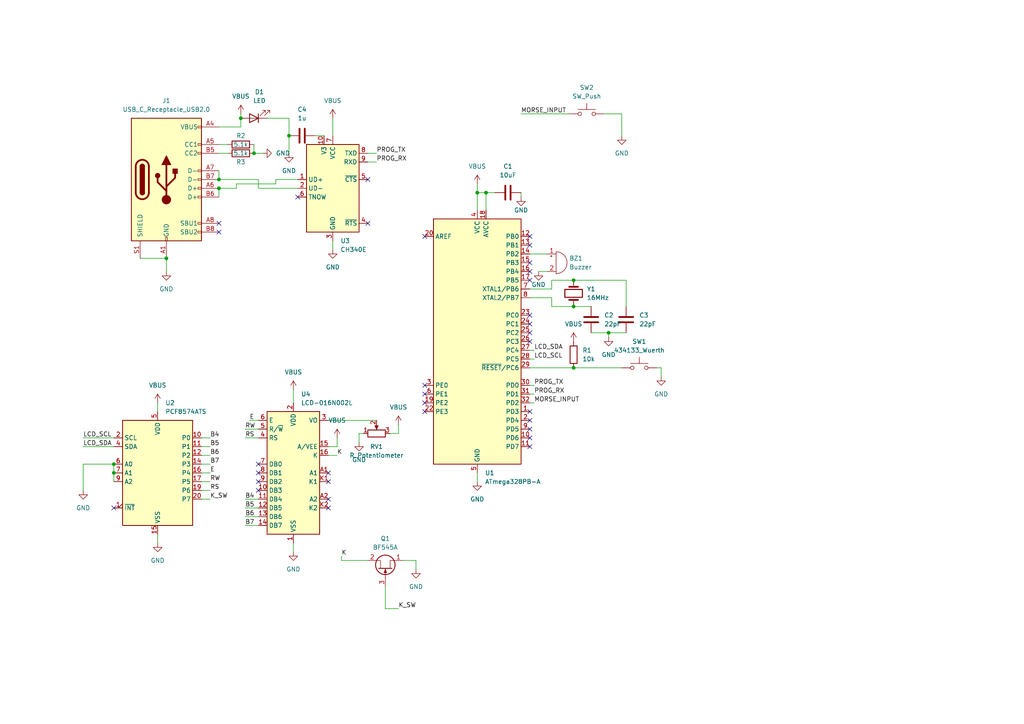
<source format=kicad_sch>
(kicad_sch (version 20230121) (generator eeschema)
  (paper "A4")
  (title_block (title "proyek buat OPSI 2023 bro") (date "2023-10-10") (rev "1") (company "(c) 2023 zeankun.dev"))
  (lib_symbols
    (symbol "Connector:USB_C_Receptacle_USB2.0" (pin_names (offset 1.016))
      (property "Reference" "J" (at -10.16 19.05 0))
      (property "Value" "USB_C_Receptacle_USB2.0" (at 19.05 19.05 0))
      (symbol "USB_C_Receptacle_USB2.0_0_0"
        (rectangle (start -0.254 -17.78) (end 0.254 -16.764))
        (rectangle (start 10.16 -14.986) (end 9.144 -15.494))
        (rectangle (start 10.16 -12.446) (end 9.144 -12.954))
        (rectangle (start 10.16 -4.826) (end 9.144 -5.334))
        (rectangle (start 10.16 -2.286) (end 9.144 -2.794))
        (rectangle (start 10.16 0.254) (end 9.144 -0.254))
        (rectangle (start 10.16 2.794) (end 9.144 2.286))
        (rectangle (start 10.16 7.874) (end 9.144 7.366))
        (rectangle (start 10.16 10.414) (end 9.144 9.906))
        (rectangle (start 10.16 15.494) (end 9.144 14.986))
      )
      (symbol "USB_C_Receptacle_USB2.0_0_1"
        (rectangle (start -10.16 17.78) (end 10.16 -17.78) (stroke (width 0.254)) (fill (type background)))
        (arc (start -8.89 -3.81) (mid -6.985 -5.7067) (end -5.08 -3.81) (stroke (width 0.508)))
        (arc (start -7.62 -3.81) (mid -6.985 -4.4423) (end -6.35 -3.81) (stroke (width 0.254)))
        (arc (start -7.62 -3.81) (mid -6.985 -4.4423) (end -6.35 -3.81) (stroke (width 0.254)) (fill (type outline)))
        (rectangle (start -7.62 -3.81) (end -6.35 3.81) (stroke (width 0.254)) (fill (type outline)))
        (arc (start -6.35 3.81) (mid -6.985 4.4423) (end -7.62 3.81) (stroke (width 0.254)))
        (arc (start -6.35 3.81) (mid -6.985 4.4423) (end -7.62 3.81) (stroke (width 0.254)) (fill (type outline)))
        (arc (start -5.08 3.81) (mid -6.985 5.7067) (end -8.89 3.81) (stroke (width 0.508)))
        (circle (center -2.54 1.143) (radius 0.635) (stroke (width 0.254)) (fill (type outline)))
        (circle (center 0 -5.842) (radius 1.27) (fill (type outline)))
        (polyline (pts (xy -8.89 -3.81) (xy -8.89 3.81)) (stroke (width 0.508)))
        (polyline (pts (xy -5.08 3.81) (xy -5.08 -3.81)) (stroke (width 0.508)))
        (polyline (pts (xy 0 -5.842) (xy 0 4.318)) (stroke (width 0.508)))
        (polyline (pts (xy 0 -3.302) (xy -2.54 -0.762) (xy -2.54 0.508)) (stroke (width 0.508)))
        (polyline (pts (xy 0 -2.032) (xy 2.54 0.508) (xy 2.54 1.778)) (stroke (width 0.508)))
        (polyline (pts (xy -1.27 4.318) (xy 0 6.858) (xy 1.27 4.318) (xy -1.27 4.318)) (stroke (width 0.254)) (fill (type outline)))
        (rectangle (start 1.905 1.778) (end 3.175 3.048) (stroke (width 0.254)) (fill (type outline)))
      )
      (symbol "USB_C_Receptacle_USB2.0_1_1"
        (pin passive line (at 0 -22.86 90) (length 5.08) (name "GND") (number "A1"))
        (pin passive line (at 0 -22.86 90) (length 5.08) hide (name "GND") (number "A12"))
        (pin passive line (at 15.24 15.24 180) (length 5.08) (name "VBUS") (number "A4"))
        (pin bidirectional line (at 15.24 10.16 180) (length 5.08) (name "CC1") (number "A5"))
        (pin bidirectional line (at 15.24 -2.54 180) (length 5.08) (name "D+") (number "A6"))
        (pin bidirectional line (at 15.24 2.54 180) (length 5.08) (name "D-") (number "A7"))
        (pin bidirectional line (at 15.24 -12.7 180) (length 5.08) (name "SBU1") (number "A8"))
        (pin passive line (at 15.24 15.24 180) (length 5.08) hide (name "VBUS") (number "A9"))
        (pin passive line (at 0 -22.86 90) (length 5.08) hide (name "GND") (number "B1"))
        (pin passive line (at 0 -22.86 90) (length 5.08) hide (name "GND") (number "B12"))
        (pin passive line (at 15.24 15.24 180) (length 5.08) hide (name "VBUS") (number "B4"))
        (pin bidirectional line (at 15.24 7.62 180) (length 5.08) (name "CC2") (number "B5"))
        (pin bidirectional line (at 15.24 -5.08 180) (length 5.08) (name "D+") (number "B6"))
        (pin bidirectional line (at 15.24 0 180) (length 5.08) (name "D-") (number "B7"))
        (pin bidirectional line (at 15.24 -15.24 180) (length 5.08) (name "SBU2") (number "B8"))
        (pin passive line (at 15.24 15.24 180) (length 5.08) hide (name "VBUS") (number "B9"))
        (pin passive line (at -7.62 -22.86 90) (length 5.08) (name "SHIELD") (number "S1"))
      )
    )
    (symbol "Device:Buzzer" (pin_names (offset 0.0254) hide)
      (property "Reference" "BZ" (at 3.81 1.27 0))
      (property "Value" "Buzzer" (at 3.81 -1.27 0))
      (symbol "Buzzer_0_1"
        (arc (start 0 -3.175) (mid 3.1612 0) (end 0 3.175))
        (polyline (pts (xy -1.651 1.905) (xy -1.143 1.905)))
        (polyline (pts (xy -1.397 2.159) (xy -1.397 1.651)))
        (polyline (pts (xy 0 3.175) (xy 0 -3.175)))
      )
      (symbol "Buzzer_1_1"
        (pin passive line (at -2.54 2.54 0) (length 2.54) (name "-") (number "1"))
        (pin passive line (at -2.54 -2.54 0) (length 2.54) (name "+") (number "2"))
      )
    )
    (symbol "Device:C" (pin_numbers hide) (pin_names (offset 0.254))
      (property "Reference" "C" (at 0.635 2.54 0))
      (property "Value" "C" (at 0.635 -2.54 0))
      (symbol "C_0_1"
        (polyline (pts (xy -2.032 -0.762) (xy 2.032 -0.762)) (stroke (width 0.508)))
        (polyline (pts (xy -2.032 0.762) (xy 2.032 0.762)) (stroke (width 0.508)))
      )
      (symbol "C_1_1"
        (pin passive line (at 0 3.81 270) (length 2.794) (name "~") (number "1"))
        (pin passive line (at 0 -3.81 90) (length 2.794) (name "~") (number "2"))
      )
    )
    (symbol "Device:Crystal" (pin_numbers hide) (pin_names (offset 1.016) hide)
      (property "Reference" "Y" (at 0 3.81 0))
      (property "Value" "Crystal" (at 0 -3.81 0))
      (symbol "Crystal_0_1"
        (rectangle (start -1.143 2.54) (end 1.143 -2.54) (stroke (width 0.3048)))
        (polyline (pts (xy -2.54 0) (xy -1.905 0)))
        (polyline (pts (xy -1.905 -1.27) (xy -1.905 1.27)) (stroke (width 0.508)))
        (polyline (pts (xy 1.905 -1.27) (xy 1.905 1.27)) (stroke (width 0.508)))
        (polyline (pts (xy 2.54 0) (xy 1.905 0)))
      )
      (symbol "Crystal_1_1"
        (pin passive line (at -3.81 0 0) (length 1.27) (name "1") (number "1"))
        (pin passive line (at 3.81 0 180) (length 1.27) (name "2") (number "2"))
      )
    )
    (symbol "Device:LED" (pin_numbers hide) (pin_names (offset 1.016) hide)
      (property "Reference" "D" (at 0 2.54 0))
      (property "Value" "LED" (at 0 -2.54 0))
      (symbol "LED_0_1"
        (polyline (pts (xy -1.27 -1.27) (xy -1.27 1.27)) (stroke (width 0.254)))
        (polyline (pts (xy -1.27 0) (xy 1.27 0)))
        (polyline (pts (xy 1.27 -1.27) (xy 1.27 1.27) (xy -1.27 0) (xy 1.27 -1.27)) (stroke (width 0.254)))
        (polyline (pts (xy -3.048 -0.762) (xy -4.572 -2.286) (xy -3.81 -2.286) (xy -4.572 -2.286) (xy -4.572 -1.524)))
        (polyline (pts (xy -1.778 -0.762) (xy -3.302 -2.286) (xy -2.54 -2.286) (xy -3.302 -2.286) (xy -3.302 -1.524)))
      )
      (symbol "LED_1_1"
        (pin passive line (at -3.81 0 0) (length 2.54) (name "K") (number "1"))
        (pin passive line (at 3.81 0 180) (length 2.54) (name "A") (number "2"))
      )
    )
    (symbol "Device:R" (pin_numbers hide) (pin_names (offset 0))
      (property "Reference" "R" (at 2.032 0 90))
      (property "Value" "R" (at 0 0 90))
      (symbol "R_0_1"
        (rectangle (start -1.016 -2.54) (end 1.016 2.54) (stroke (width 0.254)))
      )
      (symbol "R_1_1"
        (pin passive line (at 0 3.81 270) (length 1.27) (name "~") (number "1"))
        (pin passive line (at 0 -3.81 90) (length 1.27) (name "~") (number "2"))
      )
    )
    (symbol "Device:R_Potentiometer" (pin_names (offset 1.016) hide)
      (property "Reference" "RV" (at -4.445 0 90))
      (property "Value" "R_Potentiometer" (at -2.54 0 90))
      (symbol "R_Potentiometer_0_1"
        (polyline (pts (xy 2.54 0) (xy 1.524 0)))
        (polyline (pts (xy 1.143 0) (xy 2.286 0.508) (xy 2.286 -0.508) (xy 1.143 0)) (fill (type outline)))
        (rectangle (start 1.016 2.54) (end -1.016 -2.54) (stroke (width 0.254)))
      )
      (symbol "R_Potentiometer_1_1"
        (pin passive line (at 0 3.81 270) (length 1.27) (name "1") (number "1"))
        (pin passive line (at 3.81 0 180) (length 1.27) (name "2") (number "2"))
        (pin passive line (at 0 -3.81 90) (length 1.27) (name "3") (number "3"))
      )
    )
    (symbol "Display_Character:LCD-016N002L"
      (property "Reference" "U" (at -6.35 18.796 0))
      (property "Value" "LCD-016N002L" (at 8.636 18.796 0))
      (symbol "LCD-016N002L_1_1"
        (rectangle (start -7.62 17.78) (end 7.62 -17.78) (stroke (width 0.254)) (fill (type background)))
        (pin power_in line (at 0 -20.32 90) (length 2.54) (name "VSS") (number "1"))
        (pin bidirectional line (at -10.16 -5.08 0) (length 2.54) (name "DB3") (number "10"))
        (pin bidirectional line (at -10.16 -7.62 0) (length 2.54) (name "DB4") (number "11"))
        (pin bidirectional line (at -10.16 -10.16 0) (length 2.54) (name "DB5") (number "12"))
        (pin bidirectional line (at -10.16 -12.7 0) (length 2.54) (name "DB6") (number "13"))
        (pin bidirectional line (at -10.16 -15.24 0) (length 2.54) (name "DB7") (number "14"))
        (pin power_in line (at 10.16 7.62 180) (length 2.54) (name "A/VEE") (number "15"))
        (pin power_in line (at 10.16 5.08 180) (length 2.54) (name "K") (number "16"))
        (pin power_in line (at 0 20.32 270) (length 2.54) (name "VDD") (number "2"))
        (pin input line (at 10.16 15.24 180) (length 2.54) (name "VO") (number "3"))
        (pin input line (at -10.16 10.16 0) (length 2.54) (name "RS") (number "4"))
        (pin input line (at -10.16 12.7 0) (length 2.54) (name "R/~{W}") (number "5"))
        (pin input line (at -10.16 15.24 0) (length 2.54) (name "E") (number "6"))
        (pin bidirectional line (at -10.16 2.54 0) (length 2.54) (name "DB0") (number "7"))
        (pin bidirectional line (at -10.16 0 0) (length 2.54) (name "DB1") (number "8"))
        (pin bidirectional line (at -10.16 -2.54 0) (length 2.54) (name "DB2") (number "9"))
        (pin power_in line (at 10.16 0 180) (length 2.54) (name "A1") (number "A1"))
        (pin power_in line (at 10.16 -7.62 180) (length 2.54) (name "A2") (number "A2"))
        (pin power_in line (at 10.16 -2.54 180) (length 2.54) (name "K1") (number "K1"))
        (pin power_in line (at 10.16 -10.16 180) (length 2.54) (name "K2") (number "K2"))
      )
    )
    (symbol "Interface_Expansion:PCF8574ATS"
      (property "Reference" "U" (at -8.89 16.51 0))
      (property "Value" "PCF8574ATS" (at 3.81 16.51 0))
      (symbol "PCF8574ATS_0_1"
        (rectangle (start -10.16 15.24) (end 10.16 -15.24) (stroke (width 0.254)) (fill (type background)))
      )
      (symbol "PCF8574ATS_1_1"
        (pin open_collector output_low (at -12.7 -10.16 0) (length 2.54) (name "~{INT}") (number "1"))
        (pin bidirectional line (at 12.7 10.16 180) (length 2.54) (name "P0") (number "10"))
        (pin bidirectional line (at 12.7 7.62 180) (length 2.54) (name "P1") (number "11"))
        (pin bidirectional line (at 12.7 5.08 180) (length 2.54) (name "P2") (number "12"))
        (pin no_connect line (at -10.16 -5.08 0) (length 2.54) hide (name "NC") (number "13"))
        (pin bidirectional line (at 12.7 2.54 180) (length 2.54) (name "P3") (number "14"))
        (pin power_in line (at 0 -17.78 90) (length 2.54) (name "VSS") (number "15"))
        (pin bidirectional line (at 12.7 0 180) (length 2.54) (name "P4") (number "16"))
        (pin bidirectional line (at 12.7 -2.54 180) (length 2.54) (name "P5") (number "17"))
        (pin no_connect line (at -10.16 -7.62 0) (length 2.54) hide (name "NC") (number "18"))
        (pin bidirectional line (at 12.7 -5.08 180) (length 2.54) (name "P6") (number "19"))
        (pin input line (at -12.7 10.16 0) (length 2.54) (name "SCL") (number "2"))
        (pin bidirectional line (at 12.7 -7.62 180) (length 2.54) (name "P7") (number "20"))
        (pin no_connect line (at 10.16 -10.16 180) (length 2.54) hide (name "NC") (number "3"))
        (pin bidirectional line (at -12.7 7.62 0) (length 2.54) (name "SDA") (number "4"))
        (pin power_in line (at 0 17.78 270) (length 2.54) (name "VDD") (number "5"))
        (pin input line (at -12.7 2.54 0) (length 2.54) (name "A0") (number "6"))
        (pin input line (at -12.7 0 0) (length 2.54) (name "A1") (number "7"))
        (pin no_connect line (at 10.16 -12.7 180) (length 2.54) hide (name "NC") (number "8"))
        (pin input line (at -12.7 -2.54 0) (length 2.54) (name "A2") (number "9"))
      )
    )
    (symbol "Interface_USB:CH340E"
      (property "Reference" "U" (at -5.08 13.97 0))
      (property "Value" "CH340E" (at 1.27 13.97 0))
      (symbol "CH340E_0_1"
        (rectangle (start -7.62 12.7) (end 7.62 -12.7) (stroke (width 0.254)) (fill (type background)))
      )
      (symbol "CH340E_1_1"
        (pin bidirectional line (at -10.16 2.54 0) (length 2.54) (name "UD+") (number "1"))
        (pin passive line (at -2.54 15.24 270) (length 2.54) (name "V3") (number "10"))
        (pin bidirectional line (at -10.16 0 0) (length 2.54) (name "UD-") (number "2"))
        (pin power_in line (at 0 -15.24 90) (length 2.54) (name "GND") (number "3"))
        (pin output line (at 10.16 -10.16 180) (length 2.54) (name "~{RTS}") (number "4"))
        (pin input line (at 10.16 2.54 180) (length 2.54) (name "~{CTS}") (number "5"))
        (pin output line (at -10.16 -2.54 0) (length 2.54) (name "TNOW") (number "6"))
        (pin power_in line (at 0 15.24 270) (length 2.54) (name "VCC") (number "7"))
        (pin output line (at 10.16 10.16 180) (length 2.54) (name "TXD") (number "8"))
        (pin input line (at 10.16 7.62 180) (length 2.54) (name "RXD") (number "9"))
      )
    )
    (symbol "MCU_Microchip_ATmega:ATmega328PB-A"
      (property "Reference" "U" (at -12.7 36.83 0))
      (property "Value" "ATmega328PB-A" (at 2.54 -36.83 0))
      (symbol "ATmega328PB-A_0_1"
        (rectangle (start -12.7 -35.56) (end 12.7 35.56) (stroke (width 0.254)) (fill (type background)))
      )
      (symbol "ATmega328PB-A_1_1"
        (pin bidirectional line (at 15.24 -20.32 180) (length 2.54) (name "PD3") (number "1"))
        (pin bidirectional line (at 15.24 -27.94 180) (length 2.54) (name "PD6") (number "10"))
        (pin bidirectional line (at 15.24 -30.48 180) (length 2.54) (name "PD7") (number "11"))
        (pin bidirectional line (at 15.24 30.48 180) (length 2.54) (name "PB0") (number "12"))
        (pin bidirectional line (at 15.24 27.94 180) (length 2.54) (name "PB1") (number "13"))
        (pin bidirectional line (at 15.24 25.4 180) (length 2.54) (name "PB2") (number "14"))
        (pin bidirectional line (at 15.24 22.86 180) (length 2.54) (name "PB3") (number "15"))
        (pin bidirectional line (at 15.24 20.32 180) (length 2.54) (name "PB4") (number "16"))
        (pin bidirectional line (at 15.24 17.78 180) (length 2.54) (name "PB5") (number "17"))
        (pin power_in line (at 2.54 38.1 270) (length 2.54) (name "AVCC") (number "18"))
        (pin bidirectional line (at -15.24 -17.78 0) (length 2.54) (name "PE2") (number "19"))
        (pin bidirectional line (at 15.24 -22.86 180) (length 2.54) (name "PD4") (number "2"))
        (pin passive line (at -15.24 30.48 0) (length 2.54) (name "AREF") (number "20"))
        (pin passive line (at 0 -38.1 90) (length 2.54) hide (name "GND") (number "21"))
        (pin bidirectional line (at -15.24 -20.32 0) (length 2.54) (name "PE3") (number "22"))
        (pin bidirectional line (at 15.24 7.62 180) (length 2.54) (name "PC0") (number "23"))
        (pin bidirectional line (at 15.24 5.08 180) (length 2.54) (name "PC1") (number "24"))
        (pin bidirectional line (at 15.24 2.54 180) (length 2.54) (name "PC2") (number "25"))
        (pin bidirectional line (at 15.24 0 180) (length 2.54) (name "PC3") (number "26"))
        (pin bidirectional line (at 15.24 -2.54 180) (length 2.54) (name "PC4") (number "27"))
        (pin bidirectional line (at 15.24 -5.08 180) (length 2.54) (name "PC5") (number "28"))
        (pin bidirectional line (at 15.24 -7.62 180) (length 2.54) (name "~{RESET}/PC6") (number "29"))
        (pin bidirectional line (at -15.24 -12.7 0) (length 2.54) (name "PE0") (number "3"))
        (pin bidirectional line (at 15.24 -12.7 180) (length 2.54) (name "PD0") (number "30"))
        (pin bidirectional line (at 15.24 -15.24 180) (length 2.54) (name "PD1") (number "31"))
        (pin bidirectional line (at 15.24 -17.78 180) (length 2.54) (name "PD2") (number "32"))
        (pin power_in line (at 0 38.1 270) (length 2.54) (name "VCC") (number "4"))
        (pin power_in line (at 0 -38.1 90) (length 2.54) (name "GND") (number "5"))
        (pin bidirectional line (at -15.24 -15.24 0) (length 2.54) (name "PE1") (number "6"))
        (pin bidirectional line (at 15.24 15.24 180) (length 2.54) (name "XTAL1/PB6") (number "7"))
        (pin bidirectional line (at 15.24 12.7 180) (length 2.54) (name "XTAL2/PB7") (number "8"))
        (pin bidirectional line (at 15.24 -25.4 180) (length 2.54) (name "PD5") (number "9"))
      )
    )
    (symbol "Switch:SW_Push" (pin_numbers hide) (pin_names (offset 1.016) hide)
      (property "Reference" "SW" (at 1.27 2.54 0))
      (property "Value" "SW_Push" (at 0 -1.524 0))
      (symbol "SW_Push_0_1"
        (circle (center -2.032 0) (radius 0.508))
        (polyline (pts (xy 0 1.27) (xy 0 3.048)))
        (polyline (pts (xy 2.54 1.27) (xy -2.54 1.27)))
        (circle (center 2.032 0) (radius 0.508))
        (pin passive line (at -5.08 0 0) (length 2.54) (name "1") (number "1"))
        (pin passive line (at 5.08 0 180) (length 2.54) (name "2") (number "2"))
      )
    )
    (symbol "Transistor_FET:BF545A" (pin_names hide)
      (property "Reference" "Q" (at 5.08 1.905 0))
      (property "Value" "BF545A" (at 5.08 0 0))
      (symbol "BF545A_0_1"
        (polyline (pts (xy 0.254 0) (xy -2.54 0)))
        (polyline (pts (xy 0.254 1.905) (xy 0.254 -1.905)) (stroke (width 0.254)))
        (polyline (pts (xy 2.54 -2.54) (xy 2.54 -1.397) (xy 0.254 -1.397)))
        (polyline (pts (xy 2.54 2.54) (xy 2.54 1.397) (xy 0.254 1.397)))
        (polyline (pts (xy 0 0) (xy -1.016 0.381) (xy -1.016 -0.381) (xy 0 0)) (fill (type outline)))
        (circle (center 1.27 0) (radius 2.8194) (stroke (width 0.254)))
      )
      (symbol "BF545A_1_1"
        (pin passive line (at 2.54 -5.08 90) (length 2.54) (name "S") (number "1"))
        (pin passive line (at 2.54 5.08 270) (length 2.54) (name "D") (number "2"))
        (pin input line (at -5.08 0 0) (length 2.54) (name "G") (number "3"))
      )
    )
    (symbol "power:GND" (power) (pin_names (offset 0))
      (property "Value" "GND" (at 0 -3.81 0))
      (symbol "GND_0_1"
        (polyline (pts (xy 0 0) (xy 0 -1.27) (xy 1.27 -1.27) (xy 0 -2.54) (xy -1.27 -1.27) (xy 0 -1.27)))
      )
      (symbol "GND_1_1"
        (pin power_in line (at 0 0 270) (length 0) hide (name "GND") (number "1"))
      )
    )
    (symbol "power:VBUS" (power) (pin_names (offset 0))
      (property "Value" "VBUS" (at 0 3.81 0))
      (symbol "VBUS_0_1"
        (polyline (pts (xy -0.762 1.27) (xy 0 2.54)))
        (polyline (pts (xy 0 0) (xy 0 2.54)))
        (polyline (pts (xy 0 2.54) (xy 0.762 1.27)))
      )
      (symbol "VBUS_1_1"
        (pin power_in line (at 0 0 90) (length 0) hide (name "VBUS") (number "1"))
      )
    )
  )
  (junction (at 33.02 137.16))
  (junction (at 166.37 106.68))
  (junction (at 138.43 55.88))
  (junction (at 63.5 52.07))
  (junction (at 48.26 74.93))
  (junction (at 73.66 44.45))
  (junction (at 140.97 55.88))
  (junction (at 166.37 81.28))
  (junction (at 176.53 96.52))
  (junction (at 33.02 134.62))
  (junction (at 63.5 54.61))
  (junction (at 83.82 39.37))
  (junction (at 166.37 88.9))
  (junction (at 69.85 34.29))
  (no_connect (at 123.19 116.84))
  (no_connect (at 95.25 139.7))
  (no_connect (at 123.19 119.38))
  (no_connect (at 153.67 121.92))
  (no_connect (at 153.67 71.12))
  (no_connect (at 63.5 67.31))
  (no_connect (at 106.68 52.07))
  (no_connect (at 153.67 99.06))
  (no_connect (at 153.67 127))
  (no_connect (at 153.67 76.2))
  (no_connect (at 74.93 134.62))
  (no_connect (at 153.67 129.54))
  (no_connect (at 123.19 68.58))
  (no_connect (at 74.93 137.16))
  (no_connect (at 153.67 124.46))
  (no_connect (at 95.25 144.78))
  (no_connect (at 153.67 96.52))
  (no_connect (at 63.5 64.77))
  (no_connect (at 95.25 147.32))
  (no_connect (at 123.19 111.76))
  (no_connect (at 106.68 64.77))
  (no_connect (at 153.67 91.44))
  (no_connect (at 74.93 142.24))
  (no_connect (at 123.19 114.3))
  (no_connect (at 153.67 68.58))
  (no_connect (at 33.02 147.32))
  (no_connect (at 86.36 57.15))
  (no_connect (at 153.67 119.38))
  (no_connect (at 95.25 137.16))
  (no_connect (at 153.67 81.28))
  (no_connect (at 74.93 139.7))
  (no_connect (at 153.67 93.98))
  (no_connect (at 153.67 78.74))
  (wire (pts (xy 45.72 116.84) (xy 45.72 119.38)))
  (wire (pts (xy 91.44 39.37) (xy 93.98 39.37)))
  (wire (pts (xy 153.67 73.66) (xy 158.75 73.66)))
  (wire (pts (xy 74.93 54.61) (xy 86.36 54.61)))
  (wire (pts (xy 69.85 33.02) (xy 69.85 34.29)))
  (wire (pts (xy 63.5 52.07) (xy 74.93 52.07)))
  (wire (pts (xy 58.42 144.78) (xy 60.96 144.78)))
  (wire (pts (xy 71.12 144.78) (xy 74.93 144.78)))
  (wire (pts (xy 115.57 125.73) (xy 113.03 125.73)))
  (wire (pts (xy 180.34 39.37) (xy 180.34 33.02)))
  (wire (pts (xy 138.43 55.88) (xy 138.43 60.96)))
  (wire (pts (xy 63.5 44.45) (xy 66.04 44.45)))
  (wire (pts (xy 58.42 142.24) (xy 60.96 142.24)))
  (wire (pts (xy 138.43 53.34) (xy 138.43 55.88)))
  (wire (pts (xy 24.13 127) (xy 33.02 127)))
  (wire (pts (xy 99.06 162.56) (xy 99.06 161.29)))
  (wire (pts (xy 160.02 83.82) (xy 160.02 81.28)))
  (wire (pts (xy 97.79 127) (xy 97.79 129.54)))
  (wire (pts (xy 77.47 34.29) (xy 83.82 34.29)))
  (wire (pts (xy 69.85 34.29) (xy 69.85 36.83)))
  (wire (pts (xy 153.67 104.14) (xy 154.94 104.14)))
  (wire (pts (xy 97.79 129.54) (xy 95.25 129.54)))
  (wire (pts (xy 138.43 137.16) (xy 138.43 139.7)))
  (wire (pts (xy 176.53 96.52) (xy 181.61 96.52)))
  (wire (pts (xy 153.67 86.36) (xy 160.02 86.36)))
  (wire (pts (xy 156.21 78.74) (xy 158.75 78.74)))
  (wire (pts (xy 80.01 53.34) (xy 80.01 52.07)))
  (wire (pts (xy 111.76 176.53) (xy 111.76 170.18)))
  (wire (pts (xy 191.77 106.68) (xy 190.5 106.68)))
  (wire (pts (xy 120.65 162.56) (xy 116.84 162.56)))
  (wire (pts (xy 151.13 57.15) (xy 151.13 55.88)))
  (wire (pts (xy 120.65 165.1) (xy 120.65 162.56)))
  (wire (pts (xy 73.66 44.45) (xy 76.2 44.45)))
  (wire (pts (xy 74.93 52.07) (xy 74.93 54.61)))
  (wire (pts (xy 63.5 49.53) (xy 63.5 52.07)))
  (wire (pts (xy 166.37 106.68) (xy 180.34 106.68)))
  (wire (pts (xy 160.02 88.9) (xy 166.37 88.9)))
  (wire (pts (xy 58.42 129.54) (xy 60.96 129.54)))
  (wire (pts (xy 58.42 127) (xy 60.96 127)))
  (wire (pts (xy 153.67 114.3) (xy 154.94 114.3)))
  (wire (pts (xy 71.12 127) (xy 74.93 127)))
  (wire (pts (xy 63.5 41.91) (xy 66.04 41.91)))
  (wire (pts (xy 58.42 139.7) (xy 60.96 139.7)))
  (wire (pts (xy 153.67 101.6) (xy 154.94 101.6)))
  (wire (pts (xy 95.25 132.08) (xy 97.79 132.08)))
  (wire (pts (xy 69.85 36.83) (xy 63.5 36.83)))
  (wire (pts (xy 180.34 33.02) (xy 175.26 33.02)))
  (wire (pts (xy 191.77 109.22) (xy 191.77 106.68)))
  (wire (pts (xy 181.61 88.9) (xy 181.61 81.28)))
  (wire (pts (xy 85.09 157.48) (xy 85.09 160.02)))
  (wire (pts (xy 33.02 137.16) (xy 33.02 139.7)))
  (wire (pts (xy 106.68 46.99) (xy 109.22 46.99)))
  (wire (pts (xy 33.02 134.62) (xy 33.02 137.16)))
  (wire (pts (xy 140.97 55.88) (xy 138.43 55.88)))
  (wire (pts (xy 160.02 81.28) (xy 166.37 81.28)))
  (wire (pts (xy 151.13 33.02) (xy 165.1 33.02)))
  (wire (pts (xy 96.52 69.85) (xy 96.52 72.39)))
  (wire (pts (xy 96.52 34.29) (xy 96.52 39.37)))
  (wire (pts (xy 80.01 52.07) (xy 86.36 52.07)))
  (wire (pts (xy 176.53 96.52) (xy 171.45 96.52)))
  (wire (pts (xy 115.57 123.19) (xy 115.57 125.73)))
  (wire (pts (xy 71.12 149.86) (xy 74.93 149.86)))
  (wire (pts (xy 104.14 125.73) (xy 105.41 125.73)))
  (wire (pts (xy 63.5 54.61) (xy 68.58 54.61)))
  (wire (pts (xy 106.68 162.56) (xy 99.06 162.56)))
  (wire (pts (xy 68.58 54.61) (xy 68.58 53.34)))
  (wire (pts (xy 176.53 96.52) (xy 176.53 97.79)))
  (wire (pts (xy 40.64 74.93) (xy 48.26 74.93)))
  (wire (pts (xy 71.12 124.46) (xy 74.93 124.46)))
  (wire (pts (xy 58.42 134.62) (xy 60.96 134.62)))
  (wire (pts (xy 171.45 88.9) (xy 166.37 88.9)))
  (wire (pts (xy 68.58 53.34) (xy 80.01 53.34)))
  (wire (pts (xy 104.14 128.27) (xy 104.14 125.73)))
  (wire (pts (xy 63.5 54.61) (xy 63.5 57.15)))
  (wire (pts (xy 83.82 39.37) (xy 83.82 44.45)))
  (wire (pts (xy 45.72 154.94) (xy 45.72 157.48)))
  (wire (pts (xy 71.12 152.4) (xy 74.93 152.4)))
  (wire (pts (xy 95.25 121.92) (xy 109.22 121.92)))
  (wire (pts (xy 58.42 137.16) (xy 60.96 137.16)))
  (wire (pts (xy 83.82 34.29) (xy 83.82 39.37)))
  (wire (pts (xy 115.57 176.53) (xy 111.76 176.53)))
  (wire (pts (xy 73.66 41.91) (xy 73.66 44.45)))
  (wire (pts (xy 153.67 116.84) (xy 154.94 116.84)))
  (wire (pts (xy 153.67 111.76) (xy 154.94 111.76)))
  (wire (pts (xy 24.13 134.62) (xy 24.13 142.24)))
  (wire (pts (xy 140.97 60.96) (xy 140.97 55.88)))
  (wire (pts (xy 24.13 129.54) (xy 33.02 129.54)))
  (wire (pts (xy 106.68 44.45) (xy 109.22 44.45)))
  (wire (pts (xy 33.02 134.62) (xy 24.13 134.62)))
  (wire (pts (xy 58.42 132.08) (xy 60.96 132.08)))
  (wire (pts (xy 48.26 74.93) (xy 48.26 78.74)))
  (wire (pts (xy 85.09 113.03) (xy 85.09 116.84)))
  (wire (pts (xy 71.12 147.32) (xy 74.93 147.32)))
  (wire (pts (xy 181.61 81.28) (xy 166.37 81.28)))
  (wire (pts (xy 72.39 121.92) (xy 74.93 121.92)))
  (wire (pts (xy 140.97 55.88) (xy 143.51 55.88)))
  (wire (pts (xy 153.67 83.82) (xy 160.02 83.82)))
  (wire (pts (xy 160.02 86.36) (xy 160.02 88.9)))
  (wire (pts (xy 153.67 106.68) (xy 166.37 106.68)))
  (label "K" (at 97.79 132.08 0))
  (label "B6" (at 60.96 132.08 0))
  (label "PROG_RX" (at 109.22 46.99 0))
  (label "LCD_SCL" (at 24.13 127 0))
  (label "PROG_RX" (at 154.94 114.3 0))
  (label "K" (at 99.06 161.29 0))
  (label "LCD_SDA" (at 154.94 101.6 0))
  (label "B7" (at 60.96 134.62 0))
  (label "MORSE_INPUT" (at 151.13 33.02 0))
  (label "RS" (at 71.12 127 0))
  (label "LCD_SDA" (at 24.13 129.54 0))
  (label "K_SW" (at 115.57 176.53 0))
  (label "PROG_TX" (at 109.22 44.45 0))
  (label "B4" (at 71.12 144.78 0))
  (label "RW" (at 60.96 139.7 0))
  (label "B5" (at 60.96 129.54 0))
  (label "E" (at 60.96 137.16 0))
  (label "B4" (at 60.96 127 0))
  (label "RW" (at 71.12 124.46 0))
  (label "E" (at 72.39 121.92 0))
  (label "B5" (at 71.12 147.32 0))
  (label "RS" (at 60.96 142.24 0))
  (label "LCD_SCL" (at 154.94 104.14 0))
  (label "PROG_TX" (at 154.94 111.76 0))
  (label "MORSE_INPUT" (at 154.94 116.84 0))
  (label "B6" (at 71.12 149.86 0))
  (label "B7" (at 71.12 152.4 0))
  (label "K_SW" (at 60.96 144.78 0))
  (symbol (lib_id "power:GND") (at 104.14 128.27 0) (unit 1)
    (property "Reference" "#PWR018" (effects hide))
    (property "Value" "GND" (at 104.14 133.35 0))
  )
  (symbol (lib_id "Device:R_Potentiometer") (at 109.22 125.73 90) (unit 1)
    (property "Reference" "RV1" (at 109.22 129.54 90))
    (property "Value" "R_Potentiometer" (at 109.22 132.08 90))
    (property "Footprint" "Potentiometer_SMD:Potentiometer_Vishay_TS53YJ_Vertical" (effects hide))
  )
  (symbol (lib_id "power:GND") (at 191.77 109.22 0) (unit 1)
    (property "Reference" "#PWR06" (effects hide))
    (property "Value" "GND" (at 191.77 114.3 0))
  )
  (symbol (lib_id "Device:R") (at 69.85 41.91 90) (unit 1)
    (property "Reference" "R2" (at 69.85 39.37 90))
    (property "Value" "5.1k" (at 69.85 41.91 90))
    (property "Footprint" "Resistor_SMD:R_0201_0603Metric" (effects hide))
  )
  (symbol (lib_id "Display_Character:LCD-016N002L") (at 85.09 137.16 0) (unit 1)
    (property "Reference" "U4" (at 87.3141 114.3 0) (effects (justify left)))
    (property "Value" "LCD-016N002L" (at 87.3141 116.84 0) (effects (justify left)))
    (property "Footprint" "Display:LCD-016N002L" (effects hide))
    (property "Datasheet" "http://www.vishay.com/docs/37299/37299.pdf" (effects hide))
  )
  (symbol (lib_id "power:VBUS") (at 45.72 116.84 0) (unit 1)
    (property "Reference" "#PWR015" (effects hide))
    (property "Value" "VBUS" (at 45.72 111.76 0))
  )
  (symbol (lib_id "power:GND") (at 138.43 139.7 0) (unit 1)
    (property "Reference" "#PWR03" (effects hide))
    (property "Value" "GND" (at 138.43 144.78 0))
  )
  (symbol (lib_id "Device:C") (at 181.61 92.71 0) (unit 1)
    (property "Reference" "C3" (at 185.42 91.4399 0) (effects (justify left)))
    (property "Value" "22pF" (at 185.42 93.9799 0) (effects (justify left)))
    (property "Footprint" "Capacitor_SMD:C_0201_0603Metric" (effects hide))
  )
  (symbol (lib_id "power:GND") (at 176.53 97.79 0) (unit 1)
    (property "Reference" "#PWR04" (effects hide))
    (property "Value" "GND" (at 176.53 102.87 0))
  )
  (symbol (lib_id "power:GND") (at 156.21 78.74 0) (unit 1)
    (property "Reference" "#PWR023" (effects hide))
    (property "Value" "GND" (at 156.21 82.55 0))
  )
  (symbol (lib_id "power:VBUS") (at 97.79 127 0) (mirror y) (unit 1)
    (property "Reference" "#PWR020" (effects hide))
    (property "Value" "VBUS" (at 97.79 121.92 0))
  )
  (symbol (lib_id "Connector:USB_C_Receptacle_USB2.0") (at 48.26 52.07 0) (unit 1)
    (property "Reference" "J1" (at 48.26 29.21 0))
    (property "Value" "USB_C_Receptacle_USB2.0" (at 48.26 31.75 0))
    (property "Footprint" "Connector_USB:USB_C_Receptacle_G-Switch_GT-USB-7010ASV" (effects hide))
    (property "Datasheet" "https://www.usb.org/sites/default/files/documents/usb_type-c.zip" (effects hide))
  )
  (symbol (lib_id "Device:LED") (at 73.66 34.29 180) (unit 1)
    (property "Reference" "D1" (at 75.2475 26.67 0))
    (property "Value" "LED" (at 75.2475 29.21 0))
    (property "Footprint" "LED_SMD:LED_0201_0603Metric" (effects hide))
  )
  (symbol (lib_id "power:GND") (at 85.09 160.02 0) (unit 1)
    (property "Reference" "#PWR017" (effects hide))
    (property "Value" "GND" (at 85.09 165.1 0))
  )
  (symbol (lib_id "power:VBUS") (at 166.37 99.06 0) (unit 1)
    (property "Reference" "#PWR05" (effects hide))
    (property "Value" "VBUS" (at 166.37 93.98 0))
  )
  (symbol (lib_id "Device:C") (at 87.63 39.37 90) (unit 1)
    (property "Reference" "C4" (at 87.63 31.75 90))
    (property "Value" "1u" (at 87.63 34.29 90))
    (property "Footprint" "Capacitor_SMD:C_0201_0603Metric" (effects hide))
  )
  (symbol (lib_id "power:VBUS") (at 115.57 123.19 0) (unit 1)
    (property "Reference" "#PWR019" (effects hide))
    (property "Value" "VBUS" (at 115.57 118.11 0))
  )
  (symbol (lib_id "power:GND") (at 48.26 78.74 0) (unit 1)
    (property "Reference" "#PWR09" (effects hide))
    (property "Value" "GND" (at 48.26 83.82 0))
  )
  (symbol (lib_id "power:VBUS") (at 85.09 113.03 0) (unit 1)
    (property "Reference" "#PWR016" (effects hide))
    (property "Value" "VBUS" (at 85.09 107.95 0))
  )
  (symbol (lib_id "Device:Crystal") (at 166.37 85.09 90) (unit 1)
    (property "Reference" "Y1" (at 170.18 83.8199 90) (effects (justify right)))
    (property "Value" "16MHz" (at 170.18 86.3599 90) (effects (justify right)))
    (property "Footprint" "Crystal:Crystal_SMD_0603-2Pin_6.0x3.5mm" (effects hide))
  )
  (symbol (lib_id "Switch:SW_Push") (at 185.42 106.68 0) (unit 1)
    (property "Reference" "SW1" (at 185.42 99.06 0))
    (property "Value" "434133_Wuerth" (at 185.42 101.6 0))
    (property "Footprint" "Button_Switch_SMD:SW_Push_1P1T_NO_Vertical_Wuerth_434133025816" (effects hide))
  )
  (symbol (lib_id "Interface_Expansion:PCF8574ATS") (at 45.72 137.16 0) (unit 1)
    (property "Reference" "U2" (at 47.9441 116.84 0) (effects (justify left)))
    (property "Value" "PCF8574ATS" (at 47.9441 119.38 0) (effects (justify left)))
    (property "Footprint" "Package_SO:SSOP-20_4.4x6.5mm_P0.65mm" (effects hide))
    (property "Datasheet" "http://www.nxp.com/docs/en/data-sheet/PCF8574_PCF8574A.pdf" (effects hide))
  )
  (symbol (lib_id "MCU_Microchip_ATmega:ATmega328PB-A") (at 138.43 99.06 0) (unit 1)
    (property "Reference" "U1" (at 140.6541 137.16 0) (effects (justify left)))
    (property "Value" "ATmega328PB-A" (at 140.6541 139.7 0) (effects (justify left)))
    (property "Footprint" "Package_QFP:TQFP-32_7x7mm_P0.8mm" (effects hide))
    (property "Datasheet" "http://ww1.microchip.com/downloads/en/DeviceDoc/40001906C.pdf" (effects hide))
  )
  (symbol (lib_id "power:VBUS") (at 138.43 53.34 0) (unit 1)
    (property "Reference" "#PWR01" (effects hide))
    (property "Value" "VBUS" (at 138.43 48.26 0))
  )
  (symbol (lib_id "power:GND") (at 151.13 57.15 0) (unit 1)
    (property "Reference" "#PWR02" (effects hide))
    (property "Value" "GND" (at 151.13 60.96 0))
  )
  (symbol (lib_id "power:GND") (at 45.72 157.48 0) (unit 1)
    (property "Reference" "#PWR014" (effects hide))
    (property "Value" "GND" (at 45.72 162.56 0))
  )
  (symbol (lib_id "Device:C") (at 171.45 92.71 0) (unit 1)
    (property "Reference" "C2" (at 175.26 91.4399 0) (effects (justify left)))
    (property "Value" "22pF" (at 175.26 93.9799 0) (effects (justify left)))
    (property "Footprint" "Capacitor_SMD:C_0201_0603Metric" (effects hide))
  )
  (symbol (lib_id "Device:C") (at 147.32 55.88 90) (unit 1)
    (property "Reference" "C1" (at 147.32 48.26 90))
    (property "Value" "10uF" (at 147.32 50.8 90))
    (property "Footprint" "Capacitor_SMD:C_0201_0603Metric" (effects hide))
  )
  (symbol (lib_id "Device:Buzzer") (at 161.29 76.2 0) (unit 1)
    (property "Reference" "BZ1" (at 165.1 74.9299 0) (effects (justify left)))
    (property "Value" "Buzzer" (at 165.1 77.4699 0) (effects (justify left)))
    (property "Footprint" "Buzzer_Beeper:Buzzer_12x9.5RM7.6" (effects hide))
  )
  (symbol (lib_id "power:GND") (at 180.34 39.37 0) (unit 1)
    (property "Reference" "#PWR022" (effects hide))
    (property "Value" "GND" (at 180.34 44.45 0))
  )
  (symbol (lib_id "power:GND") (at 76.2 44.45 90) (unit 1)
    (property "Reference" "#PWR08" (effects hide))
    (property "Value" "GND" (at 80.01 44.4499 90) (effects (justify right)))
  )
  (symbol (lib_id "power:GND") (at 24.13 142.24 0) (unit 1)
    (property "Reference" "#PWR013" (effects hide))
    (property "Value" "GND" (at 24.13 147.32 0))
  )
  (symbol (lib_id "power:VBUS") (at 69.85 33.02 0) (unit 1)
    (property "Reference" "#PWR07" (effects hide))
    (property "Value" "VBUS" (at 69.85 27.94 0))
  )
  (symbol (lib_id "power:GND") (at 96.52 72.39 0) (unit 1)
    (property "Reference" "#PWR012" (effects hide))
    (property "Value" "GND" (at 96.52 77.47 0))
  )
  (symbol (lib_id "power:GND") (at 83.82 44.45 0) (unit 1)
    (property "Reference" "#PWR011" (effects hide))
    (property "Value" "GND" (at 83.82 49.53 0))
  )
  (symbol (lib_id "power:GND") (at 120.65 165.1 0) (unit 1)
    (property "Reference" "#PWR021" (effects hide))
    (property "Value" "GND" (at 120.65 170.18 0))
  )
  (symbol (lib_id "Interface_USB:CH340E") (at 96.52 54.61 0) (unit 1)
    (property "Reference" "U3" (at 98.7441 69.85 0) (effects (justify left)))
    (property "Value" "CH340E" (at 98.7441 72.39 0) (effects (justify left)))
    (property "Footprint" "Package_SO:MSOP-10_3x3mm_P0.5mm" (effects hide))
    (property "Datasheet" "https://www.mpja.com/download/35227cpdata.pdf" (effects hide))
  )
  (symbol (lib_id "Device:R") (at 166.37 102.87 0) (unit 1)
    (property "Reference" "R1" (at 168.91 101.5999 0) (effects (justify left)))
    (property "Value" "10k" (at 168.91 104.1399 0) (effects (justify left)))
    (property "Footprint" "Resistor_SMD:R_0201_0603Metric" (effects hide))
  )
  (symbol (lib_id "Device:R") (at 69.85 44.45 90) (unit 1)
    (property "Reference" "R3" (at 69.85 46.99 90))
    (property "Value" "5.1k" (at 69.85 44.45 90))
    (property "Footprint" "Resistor_SMD:R_0201_0603Metric" (effects hide))
  )
  (symbol (lib_id "power:VBUS") (at 96.52 34.29 0) (unit 1)
    (property "Reference" "#PWR010" (effects hide))
    (property "Value" "VBUS" (at 96.52 29.21 0))
  )
  (symbol (lib_id "Transistor_FET:BF545A") (at 111.76 165.1 90) (unit 1)
    (property "Reference" "Q1" (at 111.76 156.21 90))
    (property "Value" "BF545A" (at 111.76 158.75 90))
    (property "Footprint" "Package_TO_SOT_SMD:SOT-23" (effects hide))
    (property "Datasheet" "https://www.nxp.com/docs/en/data-sheet/BF545A_BF545B_BF545C.pdf" (effects hide))
  )
  (symbol (lib_id "Switch:SW_Push") (at 170.18 33.02 0) (unit 1)
    (property "Reference" "SW2" (at 170.18 25.4 0))
    (property "Value" "SW_Push" (at 170.18 27.94 0))
    (property "Footprint" "Button_Switch_Keyboard:SW_Cherry_MX_1.00u_PCB" (effects hide))
  )
)
</source>
